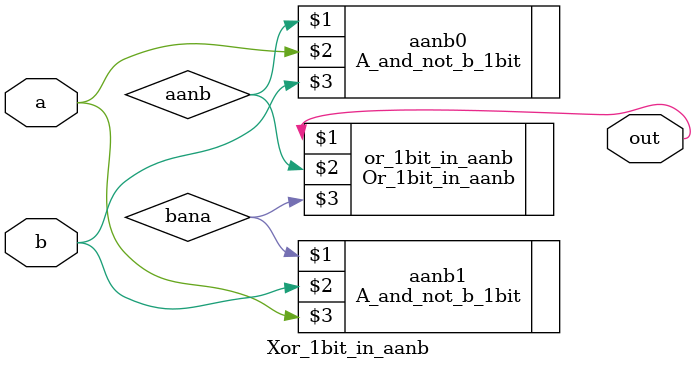
<source format=v>
`timescale 1ns/1ps

module Xor_1bit_in_aanb (out, a, b);
input a;
input b;
output out;

wire aanb, bana;
A_and_not_b_1bit aanb0 (aanb, a, b);
A_and_not_b_1bit aanb1 (bana, b, a);
Or_1bit_in_aanb or_1bit_in_aanb (out, aanb, bana);

endmodule
</source>
